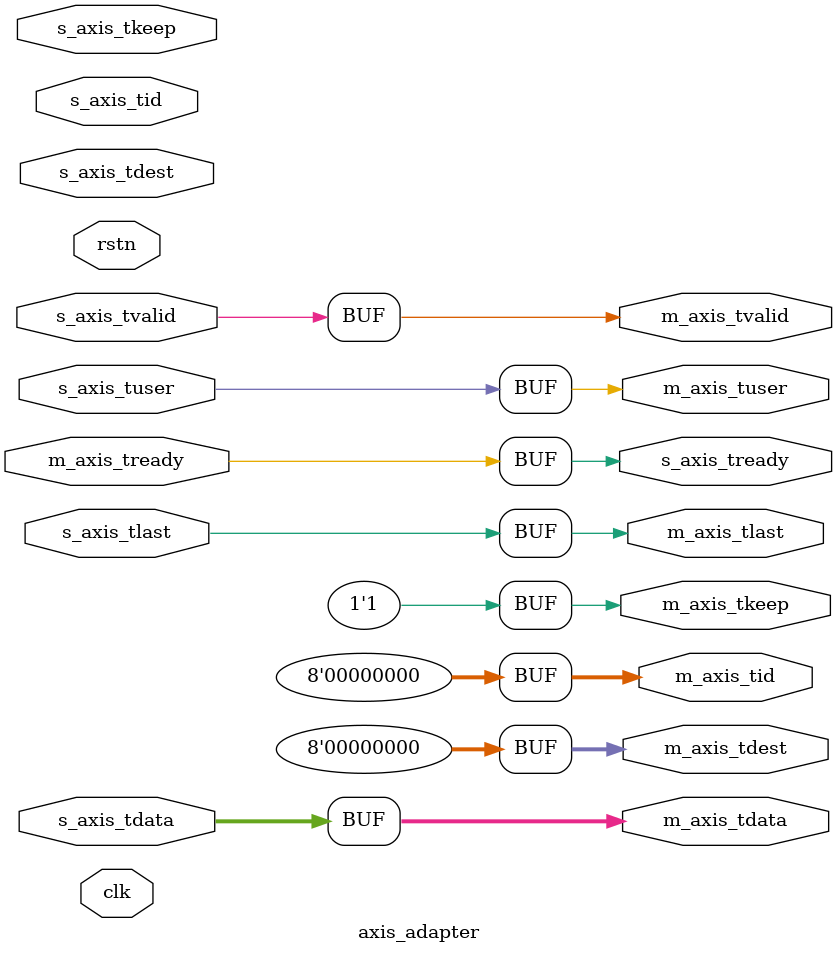
<source format=sv>
/*

Copyright (c) 2014-2023 Alex Forencich

Permission is hereby granted, free of charge, to any person obtaining a copy
of this software and associated documentation files (the "Software"), to deal
in the Software without restriction, including without limitation the rights
to use, copy, modify, merge, publish, distribute, sublicense, and/or sell
copies of the Software, and to permit persons to whom the Software is
furnished to do so, subject to the following conditions:

The above copyright notice and this permission notice shall be included in
all copies or substantial portions of the Software.

THE SOFTWARE IS PROVIDED "AS IS", WITHOUT WARRANTY OF ANY KIND, EXPRESS OR
IMPLIED, INCLUDING BUT NOT LIMITED TO THE WARRANTIES OF MERCHANTABILITY
FITNESS FOR A PARTICULAR PURPOSE AND NONINFRINGEMENT. IN NO EVENT SHALL THE
AUTHORS OR COPYRIGHT HOLDERS BE LIABLE FOR ANY CLAIM, DAMAGES OR OTHER
LIABILITY, WHETHER IN AN ACTION OF CONTRACT, TORT OR OTHERWISE, ARISING FROM,
OUT OF OR IN CONNECTION WITH THE SOFTWARE OR THE USE OR OTHER DEALINGS IN
THE SOFTWARE.

*/

// Language: Verilog 2001

`resetall
`timescale 1ns / 1ps
`define OR_NEGEDGE(rstn) 

/*
 * AXI4-Stream bus width adapter
 */
module axis_adapter #
(
    // Width of input AXI stream interface in bits
    parameter S_DATA_WIDTH = 8,
    // Propagate tkeep signal on input interface
    // If disabled, tkeep assumed to be 1'b1
    parameter S_KEEP_ENABLE = (S_DATA_WIDTH>8),
    // tkeep signal width (words per cycle) on input interface
    parameter S_KEEP_WIDTH = ((S_DATA_WIDTH+7)/8),
    // Width of output AXI stream interface in bits
    parameter M_DATA_WIDTH = 8,
    // Propagate tkeep signal on output interface
    // If disabled, tkeep assumed to be 1'b1
    parameter M_KEEP_ENABLE = (M_DATA_WIDTH>8),
    // tkeep signal width (words per cycle) on output interface
    parameter M_KEEP_WIDTH = ((M_DATA_WIDTH+7)/8),
    // Propagate tid signal
    parameter ID_ENABLE = 0,
    // tid signal width
    parameter ID_WIDTH = 8,
    // Propagate tdest signal
    parameter DEST_ENABLE = 0,
    // tdest signal width
    parameter DEST_WIDTH = 8,
    // Propagate tuser signal
    parameter USER_ENABLE = 1,
    // tuser signal width
    parameter USER_WIDTH = 1
)
(
    input  wire                     clk,
    input  wire                     rstn,

    /*
     * AXI input
     */
    input  wire [S_DATA_WIDTH-1:0]  s_axis_tdata,
    input  wire [S_KEEP_WIDTH-1:0]  s_axis_tkeep,
    input  wire                     s_axis_tvalid,
    output wire                     s_axis_tready,
    input  wire                     s_axis_tlast,
    input  wire [ID_WIDTH-1:0]      s_axis_tid,
    input  wire [DEST_WIDTH-1:0]    s_axis_tdest,
    input  wire [USER_WIDTH-1:0]    s_axis_tuser,

    /*
     * AXI output
     */
    output wire [M_DATA_WIDTH-1:0]  m_axis_tdata,
    output wire [M_KEEP_WIDTH-1:0]  m_axis_tkeep,
    output wire                     m_axis_tvalid,
    input  wire                     m_axis_tready,
    output wire                     m_axis_tlast,
    output wire [ID_WIDTH-1:0]      m_axis_tid,
    output wire [DEST_WIDTH-1:0]    m_axis_tdest,
    output wire [USER_WIDTH-1:0]    m_axis_tuser
);

// force keep width to 1 when disabled
localparam S_BYTE_LANES = S_KEEP_ENABLE ? S_KEEP_WIDTH : 1;
localparam M_BYTE_LANES = M_KEEP_ENABLE ? M_KEEP_WIDTH : 1;

// bus byte sizes (must be identical)
localparam S_BYTE_SIZE = S_DATA_WIDTH / S_BYTE_LANES;
localparam M_BYTE_SIZE = M_DATA_WIDTH / M_BYTE_LANES;

generate

if (M_BYTE_LANES == S_BYTE_LANES) begin : bypass
    // same width; bypass

    assign s_axis_tready = m_axis_tready;

    assign m_axis_tdata  = s_axis_tdata;
    assign m_axis_tkeep  = M_KEEP_ENABLE ? s_axis_tkeep : {M_KEEP_WIDTH{1'b1}};
    assign m_axis_tvalid = s_axis_tvalid;
    assign m_axis_tlast  = s_axis_tlast;
    assign m_axis_tid    = ID_ENABLE   ? s_axis_tid   : {ID_WIDTH{1'b0}};
    assign m_axis_tdest  = DEST_ENABLE ? s_axis_tdest : {DEST_WIDTH{1'b0}};
    assign m_axis_tuser  = USER_ENABLE ? s_axis_tuser : {USER_WIDTH{1'b0}};

end else if (M_BYTE_LANES > S_BYTE_LANES) begin : upsize
    // output is wider; upsize

    // required number of segments in wider bus
    localparam SEG_COUNT = M_BYTE_LANES / S_BYTE_LANES;
    // data width and keep width per segment
    localparam SEG_DATA_WIDTH = M_DATA_WIDTH / SEG_COUNT;
    localparam SEG_KEEP_WIDTH = M_BYTE_LANES / SEG_COUNT;
    localparam BITS_SEG_REG = $clog2(SEG_COUNT);
    reg [BITS_SEG_REG-1:0] seg_reg = 0;

    reg [S_DATA_WIDTH-1:0] s_axis_tdata_reg;
    reg [S_KEEP_WIDTH-1:0] s_axis_tkeep_reg;
    reg s_axis_tvalid_reg;
    reg s_axis_tlast_reg;
    reg [ID_WIDTH-1:0] s_axis_tid_reg;
    reg [DEST_WIDTH-1:0] s_axis_tdest_reg;
    reg [USER_WIDTH-1:0] s_axis_tuser_reg;

    reg [M_DATA_WIDTH-1:0] m_axis_tdata_reg;
    reg [M_KEEP_WIDTH-1:0] m_axis_tkeep_reg;
    reg m_axis_tvalid_reg;
    reg m_axis_tlast_reg;
    reg [ID_WIDTH-1:0] m_axis_tid_reg;
    reg [DEST_WIDTH-1:0] m_axis_tdest_reg;
    reg [USER_WIDTH-1:0] m_axis_tuser_reg;

    assign s_axis_tready = !s_axis_tvalid_reg;

    assign m_axis_tdata  = m_axis_tdata_reg;
    assign m_axis_tkeep  = M_KEEP_ENABLE ? m_axis_tkeep_reg : {M_KEEP_WIDTH{1'b1}};
    assign m_axis_tvalid = m_axis_tvalid_reg;
    assign m_axis_tlast  = m_axis_tlast_reg;
    assign m_axis_tid    = ID_ENABLE   ? m_axis_tid_reg   : {ID_WIDTH{1'b0}};
    assign m_axis_tdest  = DEST_ENABLE ? m_axis_tdest_reg : {DEST_WIDTH{1'b0}};
    assign m_axis_tuser  = USER_ENABLE ? m_axis_tuser_reg : {USER_WIDTH{1'b0}};

    always_ff @(posedge clk `OR_NEGEDGE(rstn)) begin

        if (!rstn) begin
            seg_reg <= 0;
            s_axis_tvalid_reg <= 1'b0;
            m_axis_tvalid_reg <= 1'b0;

            // converted fpga defaults to ASIC
            s_axis_tdata_reg  <= {S_DATA_WIDTH{1'b0}};
            s_axis_tkeep_reg  <= {S_KEEP_WIDTH{1'b0}};
            s_axis_tlast_reg  <= 1'b0;
            s_axis_tid_reg    <= {ID_WIDTH{1'b0}};
            s_axis_tdest_reg  <= {DEST_WIDTH{1'b0}};
            s_axis_tuser_reg  <= {USER_WIDTH{1'b0}};

            m_axis_tdata_reg  <= {M_DATA_WIDTH{1'b0}};
            m_axis_tkeep_reg  <= {M_KEEP_WIDTH{1'b0}};
            m_axis_tlast_reg  <= 1'b0;
            m_axis_tid_reg    <= {ID_WIDTH{1'b0}};
            m_axis_tdest_reg  <= {DEST_WIDTH{1'b0}};
            m_axis_tuser_reg  <= {USER_WIDTH{1'b0}};

        end else begin

            m_axis_tvalid_reg <= m_axis_tvalid_reg && !m_axis_tready;

            if (!m_axis_tvalid_reg || m_axis_tready) begin
                // output register empty

                if (seg_reg == 0) begin
                    m_axis_tdata_reg[seg_reg*SEG_DATA_WIDTH +: SEG_DATA_WIDTH] <= SEG_DATA_WIDTH'(s_axis_tvalid_reg ? s_axis_tdata_reg : s_axis_tdata);
                    m_axis_tkeep_reg <= s_axis_tvalid_reg ? M_KEEP_WIDTH'(s_axis_tkeep_reg) : M_KEEP_WIDTH'(s_axis_tkeep);
                end else begin
                    m_axis_tdata_reg[seg_reg*SEG_DATA_WIDTH +: SEG_DATA_WIDTH] <= SEG_DATA_WIDTH'(s_axis_tdata);
                    m_axis_tkeep_reg[seg_reg*SEG_KEEP_WIDTH +: SEG_KEEP_WIDTH] <= SEG_KEEP_WIDTH'(s_axis_tkeep);
                end
                m_axis_tlast_reg <= s_axis_tvalid_reg ? s_axis_tlast_reg : s_axis_tlast;
                m_axis_tid_reg <= s_axis_tvalid_reg ? s_axis_tid_reg : s_axis_tid;
                m_axis_tdest_reg <= s_axis_tvalid_reg ? s_axis_tdest_reg : s_axis_tdest;
                m_axis_tuser_reg <= s_axis_tvalid_reg ? s_axis_tuser_reg : s_axis_tuser;

                if (s_axis_tvalid_reg) begin
                    // consume data from buffer
                    s_axis_tvalid_reg <= 1'b0;

                    if (s_axis_tlast_reg || seg_reg == BITS_SEG_REG'(SEG_COUNT-1)) begin
                        seg_reg <= 0;
                        m_axis_tvalid_reg <= 1'b1;
                    end else begin
                        seg_reg <= seg_reg + 1;
                    end
                end else if (s_axis_tvalid) begin
                    // data direct from input
                    if (s_axis_tlast || seg_reg == BITS_SEG_REG'(SEG_COUNT-1)) begin
                        seg_reg <= 0;
                        m_axis_tvalid_reg <= 1'b1;
                    end else begin
                        seg_reg <= seg_reg + 1;
                    end
                end
            end else if (s_axis_tvalid && s_axis_tready) begin
                // store input data in skid buffer
                s_axis_tdata_reg <= s_axis_tdata;
                s_axis_tkeep_reg <= s_axis_tkeep;
                s_axis_tvalid_reg <= 1'b1;
                s_axis_tlast_reg <= s_axis_tlast;
                s_axis_tid_reg <= s_axis_tid;
                s_axis_tdest_reg <= s_axis_tdest;
                s_axis_tuser_reg <= s_axis_tuser;
            end
        end
    end

end else begin : downsize
    // output is narrower; downsize

    // required number of segments in wider bus
    localparam SEG_COUNT = S_BYTE_LANES / M_BYTE_LANES;
    // data width and keep width per segment
    localparam SEG_DATA_WIDTH = S_DATA_WIDTH / SEG_COUNT;
    localparam SEG_KEEP_WIDTH = S_BYTE_LANES / SEG_COUNT;

    reg [S_DATA_WIDTH-1:0] s_axis_tdata_reg;
    reg [S_KEEP_WIDTH-1:0] s_axis_tkeep_reg;
    reg s_axis_tvalid_reg;
    reg s_axis_tlast_reg;
    reg [ID_WIDTH-1:0] s_axis_tid_reg;
    reg [DEST_WIDTH-1:0] s_axis_tdest_reg;
    reg [USER_WIDTH-1:0] s_axis_tuser_reg;

    reg [M_DATA_WIDTH-1:0] m_axis_tdata_reg;
    reg [M_KEEP_WIDTH-1:0] m_axis_tkeep_reg;
    reg m_axis_tvalid_reg;
    reg m_axis_tlast_reg;
    reg [ID_WIDTH-1:0] m_axis_tid_reg;
    reg [DEST_WIDTH-1:0] m_axis_tdest_reg;
    reg [USER_WIDTH-1:0] m_axis_tuser_reg;

    assign s_axis_tready = !s_axis_tvalid_reg;

    assign m_axis_tdata  = m_axis_tdata_reg;
    assign m_axis_tkeep  = M_KEEP_ENABLE ? m_axis_tkeep_reg : {M_KEEP_WIDTH{1'b1}};
    assign m_axis_tvalid = m_axis_tvalid_reg;
    assign m_axis_tlast  = m_axis_tlast_reg;
    assign m_axis_tid    = ID_ENABLE   ? m_axis_tid_reg   : {ID_WIDTH{1'b0}};
    assign m_axis_tdest  = DEST_ENABLE ? m_axis_tdest_reg : {DEST_WIDTH{1'b0}};
    assign m_axis_tuser  = USER_ENABLE ? m_axis_tuser_reg : {USER_WIDTH{1'b0}};

    always_ff @(posedge clk `OR_NEGEDGE(rstn)) begin

        if (!rstn) begin
            s_axis_tvalid_reg <= 1'b0;
            m_axis_tvalid_reg <= 1'b0;


            s_axis_tdata_reg  <= {S_DATA_WIDTH{1'b0}};
            s_axis_tkeep_reg  <= {S_KEEP_WIDTH{1'b0}};
            s_axis_tlast_reg  <= 1'b0;
            s_axis_tid_reg    <= {ID_WIDTH{1'b0}};
            s_axis_tdest_reg  <= {DEST_WIDTH{1'b0}};
            s_axis_tuser_reg  <= {USER_WIDTH{1'b0}};

            m_axis_tdata_reg  <= {M_DATA_WIDTH{1'b0}};
            m_axis_tkeep_reg  <= {M_KEEP_WIDTH{1'b0}};
            m_axis_tlast_reg  <= 1'b0;
            m_axis_tid_reg    <= {ID_WIDTH{1'b0}};
            m_axis_tdest_reg  <= {DEST_WIDTH{1'b0}};
            m_axis_tuser_reg  <= {USER_WIDTH{1'b0}};

        end else begin

            m_axis_tvalid_reg <= m_axis_tvalid_reg && !m_axis_tready;

            if (!m_axis_tvalid_reg || m_axis_tready) begin
                // output register empty

                m_axis_tdata_reg <= s_axis_tvalid_reg ? M_DATA_WIDTH'(s_axis_tdata_reg) : M_DATA_WIDTH'(s_axis_tdata);
                m_axis_tkeep_reg <= s_axis_tvalid_reg ? M_KEEP_WIDTH'(s_axis_tkeep_reg) : M_KEEP_WIDTH'(s_axis_tkeep);
                m_axis_tlast_reg <= 1'b0;
                m_axis_tid_reg <= s_axis_tvalid_reg ? s_axis_tid_reg : s_axis_tid;
                m_axis_tdest_reg <= s_axis_tvalid_reg ? s_axis_tdest_reg : s_axis_tdest;
                m_axis_tuser_reg <= s_axis_tvalid_reg ? s_axis_tuser_reg : s_axis_tuser;

                if (s_axis_tvalid_reg) begin
                    // buffer has data; shift out from buffer
                    s_axis_tdata_reg <= s_axis_tdata_reg >> SEG_DATA_WIDTH;
                    s_axis_tkeep_reg <= s_axis_tkeep_reg >> SEG_KEEP_WIDTH;

                    m_axis_tvalid_reg <= 1'b1;

                    if ((s_axis_tkeep_reg >> SEG_KEEP_WIDTH) == 0) begin
                        s_axis_tvalid_reg <= 1'b0;
                        m_axis_tlast_reg <= s_axis_tlast_reg;
                    end
                end else if (s_axis_tvalid && s_axis_tready) begin
                    // buffer is empty; store from input
                    s_axis_tdata_reg <= s_axis_tdata >> SEG_DATA_WIDTH;
                    s_axis_tkeep_reg <= s_axis_tkeep >> SEG_KEEP_WIDTH;
                    s_axis_tlast_reg <= s_axis_tlast;
                    s_axis_tid_reg <= s_axis_tid;
                    s_axis_tdest_reg <= s_axis_tdest;
                    s_axis_tuser_reg <= s_axis_tuser;

                    m_axis_tvalid_reg <= 1'b1;

                    if ((s_axis_tkeep >> SEG_KEEP_WIDTH) == 0) begin
                        s_axis_tvalid_reg <= 1'b0;
                        m_axis_tlast_reg <= s_axis_tlast;
                    end else begin
                        s_axis_tvalid_reg <= 1'b1;
                    end
                end
            end else if (s_axis_tvalid && s_axis_tready) begin
                // store input data
                s_axis_tdata_reg <= s_axis_tdata;
                s_axis_tkeep_reg <= s_axis_tkeep;
                s_axis_tvalid_reg <= 1'b1;
                s_axis_tlast_reg <= s_axis_tlast;
                s_axis_tid_reg <= s_axis_tid;
                s_axis_tdest_reg <= s_axis_tdest;
                s_axis_tuser_reg <= s_axis_tuser;
            end
        end
    end

end

endgenerate

endmodule

`resetall
</source>
